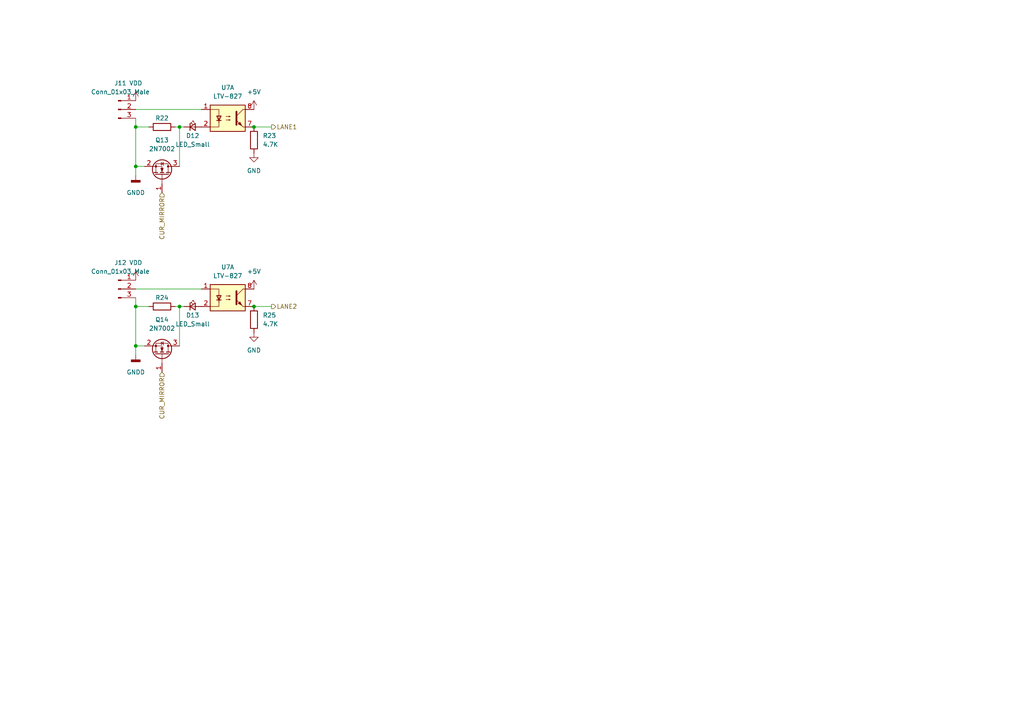
<source format=kicad_sch>
(kicad_sch (version 20211123) (generator eeschema)
  (paper "A4")
  (lib_symbols
    (symbol "Connector:Conn_01x03_Male" (pin_names (offset 1.016) hide)
      (property "Reference" "J" (at 0 5.08 0))
      (property "Value" "Conn_01x03_Male" (at 0 -5.08 0))
      (symbol "Conn_01x03_Male_1_1"
        (polyline (pts (xy 1.27 -2.54) (xy 0.8636 -2.54)) (stroke (width 0.1524)))
        (polyline (pts (xy 1.27 0) (xy 0.8636 0)) (stroke (width 0.1524)))
        (polyline (pts (xy 1.27 2.54) (xy 0.8636 2.54)) (stroke (width 0.1524)))
        (rectangle (start 0.8636 -2.413) (end 0 -2.667) (stroke (width 0.1524)) (fill (type outline)))
        (rectangle (start 0.8636 0.127) (end 0 -0.127) (stroke (width 0.1524)) (fill (type outline)))
        (rectangle (start 0.8636 2.667) (end 0 2.413) (stroke (width 0.1524)) (fill (type outline)))
        (pin passive line (at 5.08 2.54 180) (length 3.81) (name "Pin_1") (number "1"))
        (pin passive line (at 5.08 0 180) (length 3.81) (name "Pin_2") (number "2"))
        (pin passive line (at 5.08 -2.54 180) (length 3.81) (name "Pin_3") (number "3"))
      )
    )
    (symbol "Device:LED_Small" (pin_numbers hide) (pin_names (offset 0.254) hide)
      (property "Reference" "D" (at -1.27 3.175 0))
      (property "Value" "LED_Small" (at -4.445 -2.54 0))
      (symbol "LED_Small_0_1"
        (polyline (pts (xy -0.762 -1.016) (xy -0.762 1.016)) (stroke (width 0.254)))
        (polyline (pts (xy 1.016 0) (xy -0.762 0)))
        (polyline (pts (xy 0.762 -1.016) (xy -0.762 0) (xy 0.762 1.016) (xy 0.762 -1.016)) (stroke (width 0.254)))
        (polyline (pts (xy 0 0.762) (xy -0.508 1.27) (xy -0.254 1.27) (xy -0.508 1.27) (xy -0.508 1.016)))
        (polyline (pts (xy 0.508 1.27) (xy 0 1.778) (xy 0.254 1.778) (xy 0 1.778) (xy 0 1.524)))
      )
      (symbol "LED_Small_1_1"
        (pin passive line (at -2.54 0 0) (length 1.778) (name "K") (number "1"))
        (pin passive line (at 2.54 0 180) (length 1.778) (name "A") (number "2"))
      )
    )
    (symbol "Device:R" (pin_numbers hide) (pin_names (offset 0))
      (property "Reference" "R" (at 2.032 0 90))
      (property "Value" "R" (at 0 0 90))
      (symbol "R_0_1"
        (rectangle (start -1.016 -2.54) (end 1.016 2.54) (stroke (width 0.254)))
      )
      (symbol "R_1_1"
        (pin passive line (at 0 3.81 270) (length 1.27) (name "~") (number "1"))
        (pin passive line (at 0 -3.81 90) (length 1.27) (name "~") (number "2"))
      )
    )
    (symbol "Isolator:LTV-827" (pin_names (offset 1.016))
      (property "Reference" "U" (at -5.08 5.08 0))
      (property "Value" "LTV-827" (at 0 5.08 0))
      (symbol "LTV-827_0_1"
        (rectangle (start -5.08 3.81) (end 5.08 -3.81) (stroke (width 0.254)) (fill (type background)))
        (polyline (pts (xy -3.175 -0.635) (xy -1.905 -0.635)) (stroke (width 0.254)))
        (polyline (pts (xy 2.54 0.635) (xy 4.445 2.54)))
        (polyline (pts (xy 4.445 -2.54) (xy 2.54 -0.635)) (fill (type outline)))
        (polyline (pts (xy 4.445 -2.54) (xy 5.08 -2.54)))
        (polyline (pts (xy 4.445 2.54) (xy 5.08 2.54)))
        (polyline (pts (xy -2.54 -0.635) (xy -2.54 -2.54) (xy -5.08 -2.54)))
        (polyline (pts (xy 2.54 1.905) (xy 2.54 -1.905) (xy 2.54 -1.905)) (stroke (width 0.508)))
        (polyline (pts (xy -5.08 2.54) (xy -2.54 2.54) (xy -2.54 -1.27) (xy -2.54 0.635)))
        (polyline (pts (xy -2.54 -0.635) (xy -3.175 0.635) (xy -1.905 0.635) (xy -2.54 -0.635)) (stroke (width 0.254)))
        (polyline (pts (xy -0.508 -0.508) (xy 0.762 -0.508) (xy 0.381 -0.635) (xy 0.381 -0.381) (xy 0.762 -0.508)))
        (polyline (pts (xy -0.508 0.508) (xy 0.762 0.508) (xy 0.381 0.381) (xy 0.381 0.635) (xy 0.762 0.508)))
        (polyline (pts (xy 3.048 -1.651) (xy 3.556 -1.143) (xy 4.064 -2.159) (xy 3.048 -1.651) (xy 3.048 -1.651)) (fill (type outline)))
      )
      (symbol "LTV-827_1_1"
        (pin passive line (at -7.62 2.54 0) (length 2.54) (name "~") (number "1"))
        (pin passive line (at -7.62 -2.54 0) (length 2.54) (name "~") (number "2"))
        (pin passive line (at 7.62 -2.54 180) (length 2.54) (name "~") (number "7"))
        (pin passive line (at 7.62 2.54 180) (length 2.54) (name "~") (number "8"))
      )
      (symbol "LTV-827_2_1"
        (pin passive line (at -7.62 2.54 0) (length 2.54) (name "~") (number "3"))
        (pin passive line (at -7.62 -2.54 0) (length 2.54) (name "~") (number "4"))
        (pin passive line (at 7.62 -2.54 180) (length 2.54) (name "~") (number "5"))
        (pin passive line (at 7.62 2.54 180) (length 2.54) (name "~") (number "6"))
      )
    )
    (symbol "Transistor_FET:2N7002" (pin_names hide)
      (property "Reference" "Q" (at 5.08 1.905 0))
      (property "Value" "2N7002" (at 5.08 0 0))
      (symbol "2N7002_0_1"
        (polyline (pts (xy 0.254 0) (xy -2.54 0)))
        (polyline (pts (xy 0.254 1.905) (xy 0.254 -1.905)) (stroke (width 0.254)))
        (polyline (pts (xy 0.762 -1.27) (xy 0.762 -2.286)) (stroke (width 0.254)))
        (polyline (pts (xy 0.762 0.508) (xy 0.762 -0.508)) (stroke (width 0.254)))
        (polyline (pts (xy 0.762 2.286) (xy 0.762 1.27)) (stroke (width 0.254)))
        (polyline (pts (xy 2.54 2.54) (xy 2.54 1.778)))
        (polyline (pts (xy 2.54 -2.54) (xy 2.54 0) (xy 0.762 0)))
        (polyline (pts (xy 0.762 -1.778) (xy 3.302 -1.778) (xy 3.302 1.778) (xy 0.762 1.778)))
        (polyline (pts (xy 1.016 0) (xy 2.032 0.381) (xy 2.032 -0.381) (xy 1.016 0)) (fill (type outline)))
        (polyline (pts (xy 2.794 0.508) (xy 2.921 0.381) (xy 3.683 0.381) (xy 3.81 0.254)))
        (polyline (pts (xy 3.302 0.381) (xy 2.921 -0.254) (xy 3.683 -0.254) (xy 3.302 0.381)))
        (circle (center 1.651 0) (radius 2.794) (stroke (width 0.254)))
        (circle (center 2.54 -1.778) (radius 0.254) (fill (type outline)))
        (circle (center 2.54 1.778) (radius 0.254) (fill (type outline)))
      )
      (symbol "2N7002_1_1"
        (pin input line (at -5.08 0 0) (length 2.54) (name "G") (number "1"))
        (pin passive line (at 2.54 -5.08 90) (length 2.54) (name "S") (number "2"))
        (pin passive line (at 2.54 5.08 270) (length 2.54) (name "D") (number "3"))
      )
    )
    (symbol "power:+5V" (power) (pin_names (offset 0))
      (property "Value" "+5V" (at 0 3.556 0))
      (symbol "+5V_0_1"
        (polyline (pts (xy -0.762 1.27) (xy 0 2.54)))
        (polyline (pts (xy 0 0) (xy 0 2.54)))
        (polyline (pts (xy 0 2.54) (xy 0.762 1.27)))
      )
      (symbol "+5V_1_1"
        (pin power_in line (at 0 0 90) (length 0) hide (name "+5V") (number "1"))
      )
    )
    (symbol "power:GND" (power) (pin_names (offset 0))
      (property "Value" "GND" (at 0 -3.81 0))
      (symbol "GND_0_1"
        (polyline (pts (xy 0 0) (xy 0 -1.27) (xy 1.27 -1.27) (xy 0 -2.54) (xy -1.27 -1.27) (xy 0 -1.27)))
      )
      (symbol "GND_1_1"
        (pin power_in line (at 0 0 270) (length 0) hide (name "GND") (number "1"))
      )
    )
    (symbol "power:GNDD" (power) (pin_names (offset 0))
      (property "Value" "GNDD" (at 0 -3.175 0))
      (symbol "GNDD_0_1"
        (rectangle (start -1.27 -1.524) (end 1.27 -2.032) (stroke (width 0.254)) (fill (type outline)))
        (polyline (pts (xy 0 0) (xy 0 -1.524)))
      )
      (symbol "GNDD_1_1"
        (pin power_in line (at 0 0 270) (length 0) hide (name "GNDD") (number "1"))
      )
    )
    (symbol "power:VDD" (power) (pin_names (offset 0))
      (property "Value" "VDD" (at 0 3.81 0))
      (symbol "VDD_0_1"
        (polyline (pts (xy -0.762 1.27) (xy 0 2.54)))
        (polyline (pts (xy 0 0) (xy 0 2.54)))
        (polyline (pts (xy 0 2.54) (xy 0.762 1.27)))
      )
      (symbol "VDD_1_1"
        (pin power_in line (at 0 0 90) (length 0) hide (name "VDD") (number "1"))
      )
    )
  )
  (junction (at 39.37 36.83))
  (junction (at 39.37 100.33))
  (junction (at 52.07 88.9))
  (junction (at 73.66 88.9))
  (junction (at 73.66 36.83))
  (junction (at 39.37 48.26))
  (junction (at 39.37 88.9))
  (junction (at 52.07 36.83))
  (wire (pts (xy 39.37 100.33) (xy 41.91 100.33)))
  (wire (pts (xy 39.37 100.33) (xy 39.37 88.9)))
  (wire (pts (xy 39.37 48.26) (xy 39.37 50.8)))
  (wire (pts (xy 52.07 36.83) (xy 52.07 48.26)))
  (wire (pts (xy 39.37 83.82) (xy 58.42 83.82)))
  (wire (pts (xy 52.07 88.9) (xy 53.34 88.9)))
  (wire (pts (xy 50.8 36.83) (xy 52.07 36.83)))
  (wire (pts (xy 39.37 88.9) (xy 43.18 88.9)))
  (wire (pts (xy 39.37 48.26) (xy 39.37 36.83)))
  (wire (pts (xy 52.07 36.83) (xy 53.34 36.83)))
  (wire (pts (xy 52.07 88.9) (xy 52.07 100.33)))
  (wire (pts (xy 39.37 100.33) (xy 39.37 102.87)))
  (wire (pts (xy 39.37 88.9) (xy 39.37 86.36)))
  (wire (pts (xy 39.37 36.83) (xy 39.37 34.29)))
  (wire (pts (xy 39.37 31.75) (xy 58.42 31.75)))
  (wire (pts (xy 39.37 48.26) (xy 41.91 48.26)))
  (wire (pts (xy 50.8 88.9) (xy 52.07 88.9)))
  (wire (pts (xy 73.66 88.9) (xy 78.74 88.9)))
  (wire (pts (xy 73.66 36.83) (xy 78.74 36.83)))
  (wire (pts (xy 39.37 36.83) (xy 43.18 36.83)))
  (hierarchical_label "CUR_MIRROR" (shape input) (at 46.99 107.95 270))
  (hierarchical_label "LANE1" (shape output) (at 78.74 36.83 0))
  (hierarchical_label "CUR_MIRROR" (shape input) (at 46.99 55.88 270))
  (hierarchical_label "LANE2" (shape output) (at 78.74 88.9 0))
  (symbol (lib_id "Transistor_FET:2N7002") (at 46.99 102.87 270) (mirror x)
    (property "Reference" "Q14" (at 46.99 92.71 90))
    (property "Value" "2N7002" (at 46.99 95.25 90))
    (property "Footprint" "Package_TO_SOT_SMD:SOT-23" (effects hide))
    (property "Datasheet" "https://www.onsemi.com/pub/Collateral/NDS7002A-D.PDF" (effects hide))
  )
  (symbol (lib_id "Isolator:LTV-827") (at 66.04 86.36 0)
    (property "Reference" "U7" (at 66.04 77.47 0))
    (property "Value" "LTV-827" (at 66.04 80.01 0))
    (property "Footprint" "Package_DIP:DIP-8_W7.62mm" (effects hide))
    (property "Datasheet" "http://optoelectronics.liteon.com/upload/download/DS-70-96-0016/LTV-8X7%20series%20201610%20.pdf" (effects hide))
  )
  (symbol (lib_id "power:VDD") (at 39.37 81.28 0)
    (property "Reference" "#PWR0112" (effects hide))
    (property "Value" "VDD" (at 39.37 76.2 0))
  )
  (symbol (lib_id "Connector:Conn_01x03_Male") (at 34.29 31.75 0)
    (property "Reference" "J11" (at 34.925 24.13 0))
    (property "Value" "Conn_01x03_Male" (at 34.925 26.67 0))
    (property "Footprint" "Connector_JST:JST_XH_B3B-XH-A_1x03_P2.50mm_Vertical" (effects hide))
  )
  (symbol (lib_id "Isolator:LTV-827") (at 66.04 34.29 0)
    (property "Reference" "U7" (at 66.04 25.4 0))
    (property "Value" "LTV-827" (at 66.04 27.94 0))
    (property "Footprint" "Package_DIP:DIP-8_W7.62mm" (effects hide))
    (property "Datasheet" "http://optoelectronics.liteon.com/upload/download/DS-70-96-0016/LTV-8X7%20series%20201610%20.pdf" (effects hide))
  )
  (symbol (lib_id "Device:R") (at 73.66 92.71 0)
    (property "Reference" "R25" (at 76.2 91.4399 0) (effects (justify left)))
    (property "Value" "4.7K" (at 76.2 93.9799 0) (effects (justify left)))
    (property "Footprint" "Resistor_SMD:R_1206_3216Metric_Pad1.30x1.75mm_HandSolder" (effects hide))
  )
  (symbol (lib_id "Connector:Conn_01x03_Male") (at 34.29 83.82 0)
    (property "Reference" "J12" (at 34.925 76.2 0))
    (property "Value" "Conn_01x03_Male" (at 34.925 78.74 0))
    (property "Footprint" "Connector_JST:JST_XH_B3B-XH-A_1x03_P2.50mm_Vertical" (effects hide))
  )
  (symbol (lib_id "Transistor_FET:2N7002") (at 46.99 50.8 270) (mirror x)
    (property "Reference" "Q13" (at 46.99 40.64 90))
    (property "Value" "2N7002" (at 46.99 43.18 90))
    (property "Footprint" "Package_TO_SOT_SMD:SOT-23" (effects hide))
    (property "Datasheet" "https://www.onsemi.com/pub/Collateral/NDS7002A-D.PDF" (effects hide))
  )
  (symbol (lib_id "Device:LED_Small") (at 55.88 36.83 0)
    (property "Reference" "D12" (at 55.88 39.37 0))
    (property "Value" "LED_Small" (at 55.88 41.91 0))
    (property "Footprint" "LED_SMD:LED_1206_3216Metric_Pad1.42x1.75mm_HandSolder" (effects hide))
  )
  (symbol (lib_id "Device:R") (at 46.99 36.83 90)
    (property "Reference" "R22" (at 46.99 34.29 90))
    (property "Value" "R" (effects hide))
    (property "Footprint" "Resistor_SMD:R_1206_3216Metric_Pad1.30x1.75mm_HandSolder" (effects hide))
  )
  (symbol (lib_id "Device:R") (at 73.66 40.64 0)
    (property "Reference" "R23" (at 76.2 39.3699 0) (effects (justify left)))
    (property "Value" "4.7K" (at 76.2 41.9099 0) (effects (justify left)))
    (property "Footprint" "Resistor_SMD:R_1206_3216Metric_Pad1.30x1.75mm_HandSolder" (effects hide))
  )
  (symbol (lib_id "power:GND") (at 73.66 44.45 0)
    (property "Reference" "#PWR047" (effects hide))
    (property "Value" "GND" (at 73.66 49.53 0))
  )
  (symbol (lib_id "Device:R") (at 46.99 88.9 90)
    (property "Reference" "R24" (at 46.99 86.36 90))
    (property "Value" "R" (effects hide))
    (property "Footprint" "Resistor_SMD:R_1206_3216Metric_Pad1.30x1.75mm_HandSolder" (effects hide))
  )
  (symbol (lib_id "power:GND") (at 73.66 96.52 0)
    (property "Reference" "#PWR051" (effects hide))
    (property "Value" "GND" (at 73.66 101.6 0))
  )
  (symbol (lib_id "power:+5V") (at 73.66 83.82 0)
    (property "Reference" "#PWR050" (effects hide))
    (property "Value" "+5V" (at 73.66 78.74 0))
  )
  (symbol (lib_id "power:GNDD") (at 39.37 50.8 0)
    (property "Reference" "#PWR048" (effects hide))
    (property "Value" "GNDD" (at 39.37 55.88 0))
  )
  (symbol (lib_id "power:VDD") (at 39.37 29.21 0)
    (property "Reference" "#PWR0111" (effects hide))
    (property "Value" "VDD" (at 39.37 24.13 0))
  )
  (symbol (lib_id "Device:LED_Small") (at 55.88 88.9 0)
    (property "Reference" "D13" (at 55.88 91.44 0))
    (property "Value" "LED_Small" (at 55.88 93.98 0))
    (property "Footprint" "LED_SMD:LED_1206_3216Metric_Pad1.42x1.75mm_HandSolder" (effects hide))
  )
  (symbol (lib_id "power:+5V") (at 73.66 31.75 0)
    (property "Reference" "#PWR046" (effects hide))
    (property "Value" "+5V" (at 73.66 26.67 0))
  )
  (symbol (lib_id "power:GNDD") (at 39.37 102.87 0)
    (property "Reference" "#PWR052" (effects hide))
    (property "Value" "GNDD" (at 39.37 107.95 0))
  )
)
</source>
